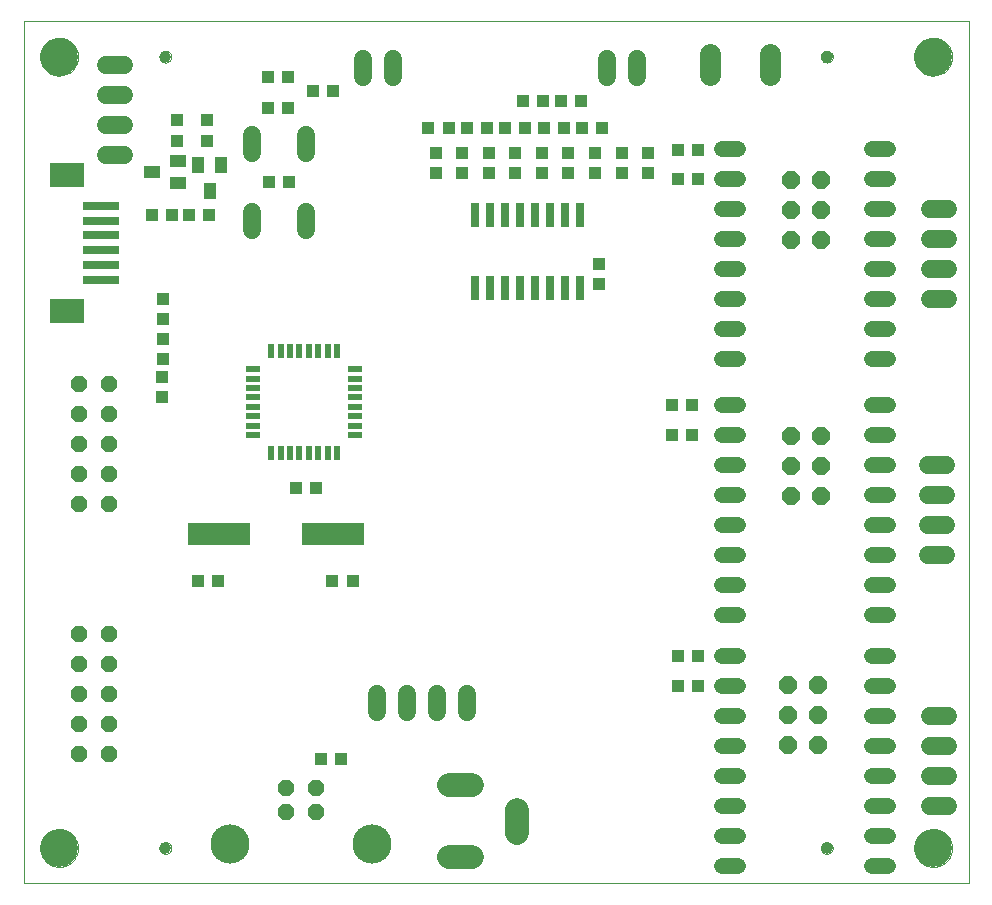
<source format=gbs>
G75*
%MOIN*%
%OFA0B0*%
%FSLAX24Y24*%
%IPPOS*%
%LPD*%
%AMOC8*
5,1,8,0,0,1.08239X$1,22.5*
%
%ADD10C,0.0000*%
%ADD11C,0.1260*%
%ADD12C,0.0394*%
%ADD13R,0.0220X0.0500*%
%ADD14R,0.0500X0.0220*%
%ADD15R,0.0433X0.0394*%
%ADD16R,0.2100X0.0760*%
%ADD17R,0.1200X0.0315*%
%ADD18R,0.1181X0.0827*%
%ADD19OC8,0.0561*%
%ADD20C,0.1306*%
%ADD21R,0.0394X0.0551*%
%ADD22R,0.0551X0.0394*%
%ADD23R,0.0394X0.0433*%
%ADD24C,0.0600*%
%ADD25R,0.0260X0.0800*%
%ADD26OC8,0.0600*%
%ADD27C,0.0531*%
%ADD28C,0.0705*%
%ADD29OC8,0.0540*%
%ADD30C,0.0787*%
D10*
X000497Y002817D02*
X000497Y031557D01*
X031993Y031557D01*
X031993Y002817D01*
X000497Y002817D01*
X001048Y003998D02*
X001050Y004048D01*
X001056Y004098D01*
X001066Y004147D01*
X001080Y004195D01*
X001097Y004242D01*
X001118Y004287D01*
X001143Y004331D01*
X001171Y004372D01*
X001203Y004411D01*
X001237Y004448D01*
X001274Y004482D01*
X001314Y004512D01*
X001356Y004539D01*
X001400Y004563D01*
X001446Y004584D01*
X001493Y004600D01*
X001541Y004613D01*
X001591Y004622D01*
X001640Y004627D01*
X001691Y004628D01*
X001741Y004625D01*
X001790Y004618D01*
X001839Y004607D01*
X001887Y004592D01*
X001933Y004574D01*
X001978Y004552D01*
X002021Y004526D01*
X002062Y004497D01*
X002101Y004465D01*
X002137Y004430D01*
X002169Y004392D01*
X002199Y004352D01*
X002226Y004309D01*
X002249Y004265D01*
X002268Y004219D01*
X002284Y004171D01*
X002296Y004122D01*
X002304Y004073D01*
X002308Y004023D01*
X002308Y003973D01*
X002304Y003923D01*
X002296Y003874D01*
X002284Y003825D01*
X002268Y003777D01*
X002249Y003731D01*
X002226Y003687D01*
X002199Y003644D01*
X002169Y003604D01*
X002137Y003566D01*
X002101Y003531D01*
X002062Y003499D01*
X002021Y003470D01*
X001978Y003444D01*
X001933Y003422D01*
X001887Y003404D01*
X001839Y003389D01*
X001790Y003378D01*
X001741Y003371D01*
X001691Y003368D01*
X001640Y003369D01*
X001591Y003374D01*
X001541Y003383D01*
X001493Y003396D01*
X001446Y003412D01*
X001400Y003433D01*
X001356Y003457D01*
X001314Y003484D01*
X001274Y003514D01*
X001237Y003548D01*
X001203Y003585D01*
X001171Y003624D01*
X001143Y003665D01*
X001118Y003709D01*
X001097Y003754D01*
X001080Y003801D01*
X001066Y003849D01*
X001056Y003898D01*
X001050Y003948D01*
X001048Y003998D01*
X005024Y003998D02*
X005026Y004025D01*
X005032Y004052D01*
X005041Y004078D01*
X005054Y004102D01*
X005070Y004125D01*
X005089Y004144D01*
X005111Y004161D01*
X005135Y004175D01*
X005160Y004185D01*
X005187Y004192D01*
X005214Y004195D01*
X005242Y004194D01*
X005269Y004189D01*
X005295Y004181D01*
X005319Y004169D01*
X005342Y004153D01*
X005363Y004135D01*
X005380Y004114D01*
X005395Y004090D01*
X005406Y004065D01*
X005414Y004039D01*
X005418Y004012D01*
X005418Y003984D01*
X005414Y003957D01*
X005406Y003931D01*
X005395Y003906D01*
X005380Y003882D01*
X005363Y003861D01*
X005342Y003843D01*
X005320Y003827D01*
X005295Y003815D01*
X005269Y003807D01*
X005242Y003802D01*
X005214Y003801D01*
X005187Y003804D01*
X005160Y003811D01*
X005135Y003821D01*
X005111Y003835D01*
X005089Y003852D01*
X005070Y003871D01*
X005054Y003894D01*
X005041Y003918D01*
X005032Y003944D01*
X005026Y003971D01*
X005024Y003998D01*
X027072Y003998D02*
X027074Y004025D01*
X027080Y004052D01*
X027089Y004078D01*
X027102Y004102D01*
X027118Y004125D01*
X027137Y004144D01*
X027159Y004161D01*
X027183Y004175D01*
X027208Y004185D01*
X027235Y004192D01*
X027262Y004195D01*
X027290Y004194D01*
X027317Y004189D01*
X027343Y004181D01*
X027367Y004169D01*
X027390Y004153D01*
X027411Y004135D01*
X027428Y004114D01*
X027443Y004090D01*
X027454Y004065D01*
X027462Y004039D01*
X027466Y004012D01*
X027466Y003984D01*
X027462Y003957D01*
X027454Y003931D01*
X027443Y003906D01*
X027428Y003882D01*
X027411Y003861D01*
X027390Y003843D01*
X027368Y003827D01*
X027343Y003815D01*
X027317Y003807D01*
X027290Y003802D01*
X027262Y003801D01*
X027235Y003804D01*
X027208Y003811D01*
X027183Y003821D01*
X027159Y003835D01*
X027137Y003852D01*
X027118Y003871D01*
X027102Y003894D01*
X027089Y003918D01*
X027080Y003944D01*
X027074Y003971D01*
X027072Y003998D01*
X030182Y003998D02*
X030184Y004048D01*
X030190Y004098D01*
X030200Y004147D01*
X030214Y004195D01*
X030231Y004242D01*
X030252Y004287D01*
X030277Y004331D01*
X030305Y004372D01*
X030337Y004411D01*
X030371Y004448D01*
X030408Y004482D01*
X030448Y004512D01*
X030490Y004539D01*
X030534Y004563D01*
X030580Y004584D01*
X030627Y004600D01*
X030675Y004613D01*
X030725Y004622D01*
X030774Y004627D01*
X030825Y004628D01*
X030875Y004625D01*
X030924Y004618D01*
X030973Y004607D01*
X031021Y004592D01*
X031067Y004574D01*
X031112Y004552D01*
X031155Y004526D01*
X031196Y004497D01*
X031235Y004465D01*
X031271Y004430D01*
X031303Y004392D01*
X031333Y004352D01*
X031360Y004309D01*
X031383Y004265D01*
X031402Y004219D01*
X031418Y004171D01*
X031430Y004122D01*
X031438Y004073D01*
X031442Y004023D01*
X031442Y003973D01*
X031438Y003923D01*
X031430Y003874D01*
X031418Y003825D01*
X031402Y003777D01*
X031383Y003731D01*
X031360Y003687D01*
X031333Y003644D01*
X031303Y003604D01*
X031271Y003566D01*
X031235Y003531D01*
X031196Y003499D01*
X031155Y003470D01*
X031112Y003444D01*
X031067Y003422D01*
X031021Y003404D01*
X030973Y003389D01*
X030924Y003378D01*
X030875Y003371D01*
X030825Y003368D01*
X030774Y003369D01*
X030725Y003374D01*
X030675Y003383D01*
X030627Y003396D01*
X030580Y003412D01*
X030534Y003433D01*
X030490Y003457D01*
X030448Y003484D01*
X030408Y003514D01*
X030371Y003548D01*
X030337Y003585D01*
X030305Y003624D01*
X030277Y003665D01*
X030252Y003709D01*
X030231Y003754D01*
X030214Y003801D01*
X030200Y003849D01*
X030190Y003898D01*
X030184Y003948D01*
X030182Y003998D01*
X030182Y030376D02*
X030184Y030426D01*
X030190Y030476D01*
X030200Y030525D01*
X030214Y030573D01*
X030231Y030620D01*
X030252Y030665D01*
X030277Y030709D01*
X030305Y030750D01*
X030337Y030789D01*
X030371Y030826D01*
X030408Y030860D01*
X030448Y030890D01*
X030490Y030917D01*
X030534Y030941D01*
X030580Y030962D01*
X030627Y030978D01*
X030675Y030991D01*
X030725Y031000D01*
X030774Y031005D01*
X030825Y031006D01*
X030875Y031003D01*
X030924Y030996D01*
X030973Y030985D01*
X031021Y030970D01*
X031067Y030952D01*
X031112Y030930D01*
X031155Y030904D01*
X031196Y030875D01*
X031235Y030843D01*
X031271Y030808D01*
X031303Y030770D01*
X031333Y030730D01*
X031360Y030687D01*
X031383Y030643D01*
X031402Y030597D01*
X031418Y030549D01*
X031430Y030500D01*
X031438Y030451D01*
X031442Y030401D01*
X031442Y030351D01*
X031438Y030301D01*
X031430Y030252D01*
X031418Y030203D01*
X031402Y030155D01*
X031383Y030109D01*
X031360Y030065D01*
X031333Y030022D01*
X031303Y029982D01*
X031271Y029944D01*
X031235Y029909D01*
X031196Y029877D01*
X031155Y029848D01*
X031112Y029822D01*
X031067Y029800D01*
X031021Y029782D01*
X030973Y029767D01*
X030924Y029756D01*
X030875Y029749D01*
X030825Y029746D01*
X030774Y029747D01*
X030725Y029752D01*
X030675Y029761D01*
X030627Y029774D01*
X030580Y029790D01*
X030534Y029811D01*
X030490Y029835D01*
X030448Y029862D01*
X030408Y029892D01*
X030371Y029926D01*
X030337Y029963D01*
X030305Y030002D01*
X030277Y030043D01*
X030252Y030087D01*
X030231Y030132D01*
X030214Y030179D01*
X030200Y030227D01*
X030190Y030276D01*
X030184Y030326D01*
X030182Y030376D01*
X027072Y030376D02*
X027074Y030403D01*
X027080Y030430D01*
X027089Y030456D01*
X027102Y030480D01*
X027118Y030503D01*
X027137Y030522D01*
X027159Y030539D01*
X027183Y030553D01*
X027208Y030563D01*
X027235Y030570D01*
X027262Y030573D01*
X027290Y030572D01*
X027317Y030567D01*
X027343Y030559D01*
X027367Y030547D01*
X027390Y030531D01*
X027411Y030513D01*
X027428Y030492D01*
X027443Y030468D01*
X027454Y030443D01*
X027462Y030417D01*
X027466Y030390D01*
X027466Y030362D01*
X027462Y030335D01*
X027454Y030309D01*
X027443Y030284D01*
X027428Y030260D01*
X027411Y030239D01*
X027390Y030221D01*
X027368Y030205D01*
X027343Y030193D01*
X027317Y030185D01*
X027290Y030180D01*
X027262Y030179D01*
X027235Y030182D01*
X027208Y030189D01*
X027183Y030199D01*
X027159Y030213D01*
X027137Y030230D01*
X027118Y030249D01*
X027102Y030272D01*
X027089Y030296D01*
X027080Y030322D01*
X027074Y030349D01*
X027072Y030376D01*
X005024Y030376D02*
X005026Y030403D01*
X005032Y030430D01*
X005041Y030456D01*
X005054Y030480D01*
X005070Y030503D01*
X005089Y030522D01*
X005111Y030539D01*
X005135Y030553D01*
X005160Y030563D01*
X005187Y030570D01*
X005214Y030573D01*
X005242Y030572D01*
X005269Y030567D01*
X005295Y030559D01*
X005319Y030547D01*
X005342Y030531D01*
X005363Y030513D01*
X005380Y030492D01*
X005395Y030468D01*
X005406Y030443D01*
X005414Y030417D01*
X005418Y030390D01*
X005418Y030362D01*
X005414Y030335D01*
X005406Y030309D01*
X005395Y030284D01*
X005380Y030260D01*
X005363Y030239D01*
X005342Y030221D01*
X005320Y030205D01*
X005295Y030193D01*
X005269Y030185D01*
X005242Y030180D01*
X005214Y030179D01*
X005187Y030182D01*
X005160Y030189D01*
X005135Y030199D01*
X005111Y030213D01*
X005089Y030230D01*
X005070Y030249D01*
X005054Y030272D01*
X005041Y030296D01*
X005032Y030322D01*
X005026Y030349D01*
X005024Y030376D01*
X001048Y030376D02*
X001050Y030426D01*
X001056Y030476D01*
X001066Y030525D01*
X001080Y030573D01*
X001097Y030620D01*
X001118Y030665D01*
X001143Y030709D01*
X001171Y030750D01*
X001203Y030789D01*
X001237Y030826D01*
X001274Y030860D01*
X001314Y030890D01*
X001356Y030917D01*
X001400Y030941D01*
X001446Y030962D01*
X001493Y030978D01*
X001541Y030991D01*
X001591Y031000D01*
X001640Y031005D01*
X001691Y031006D01*
X001741Y031003D01*
X001790Y030996D01*
X001839Y030985D01*
X001887Y030970D01*
X001933Y030952D01*
X001978Y030930D01*
X002021Y030904D01*
X002062Y030875D01*
X002101Y030843D01*
X002137Y030808D01*
X002169Y030770D01*
X002199Y030730D01*
X002226Y030687D01*
X002249Y030643D01*
X002268Y030597D01*
X002284Y030549D01*
X002296Y030500D01*
X002304Y030451D01*
X002308Y030401D01*
X002308Y030351D01*
X002304Y030301D01*
X002296Y030252D01*
X002284Y030203D01*
X002268Y030155D01*
X002249Y030109D01*
X002226Y030065D01*
X002199Y030022D01*
X002169Y029982D01*
X002137Y029944D01*
X002101Y029909D01*
X002062Y029877D01*
X002021Y029848D01*
X001978Y029822D01*
X001933Y029800D01*
X001887Y029782D01*
X001839Y029767D01*
X001790Y029756D01*
X001741Y029749D01*
X001691Y029746D01*
X001640Y029747D01*
X001591Y029752D01*
X001541Y029761D01*
X001493Y029774D01*
X001446Y029790D01*
X001400Y029811D01*
X001356Y029835D01*
X001314Y029862D01*
X001274Y029892D01*
X001237Y029926D01*
X001203Y029963D01*
X001171Y030002D01*
X001143Y030043D01*
X001118Y030087D01*
X001097Y030132D01*
X001080Y030179D01*
X001066Y030227D01*
X001056Y030276D01*
X001050Y030326D01*
X001048Y030376D01*
D11*
X001678Y030376D03*
X001678Y003998D03*
X030812Y003998D03*
X030812Y030376D03*
D12*
X027269Y030376D03*
X005221Y030376D03*
X005221Y003998D03*
X027269Y003998D03*
D13*
X010950Y017171D03*
X010635Y017171D03*
X010320Y017171D03*
X010005Y017171D03*
X009690Y017171D03*
X009375Y017171D03*
X009060Y017171D03*
X008745Y017171D03*
X008745Y020551D03*
X009060Y020551D03*
X009375Y020551D03*
X009690Y020551D03*
X010005Y020551D03*
X010320Y020551D03*
X010635Y020551D03*
X010950Y020551D03*
D14*
X011537Y019963D03*
X011537Y019648D03*
X011537Y019333D03*
X011537Y019018D03*
X011537Y018703D03*
X011537Y018388D03*
X011537Y018073D03*
X011537Y017758D03*
X008157Y017758D03*
X008157Y018073D03*
X008157Y018388D03*
X008157Y018703D03*
X008157Y019018D03*
X008157Y019333D03*
X008157Y019648D03*
X008157Y019963D03*
D15*
X009562Y016006D03*
X010231Y016006D03*
X010792Y012906D03*
X011461Y012906D03*
X006983Y012906D03*
X006314Y012906D03*
X010398Y006951D03*
X011068Y006951D03*
X009345Y026193D03*
X008676Y026193D03*
X006599Y027581D03*
X006599Y028250D03*
X005615Y028250D03*
X005615Y027581D03*
X014227Y027168D03*
X014227Y026498D03*
X015113Y026498D03*
X015113Y027168D03*
X015999Y027168D03*
X015999Y026498D03*
X016885Y026498D03*
X016885Y027168D03*
X017770Y027168D03*
X017770Y026498D03*
X018656Y026498D03*
X018656Y027168D03*
X019542Y027168D03*
X019542Y026498D03*
X020428Y026498D03*
X020428Y027168D03*
X021314Y027168D03*
X021314Y026498D03*
D16*
X010812Y014481D03*
X007012Y014481D03*
D17*
X003076Y022945D03*
X003076Y023437D03*
X003076Y023930D03*
X003076Y024422D03*
X003076Y024914D03*
X003076Y025406D03*
D18*
X001934Y026439D03*
X001934Y021912D03*
D19*
X009257Y006000D03*
X009257Y005213D03*
X010241Y005213D03*
X010241Y006000D03*
D20*
X012119Y004146D03*
X007379Y004146D03*
D21*
X006698Y025908D03*
X007072Y026774D03*
X006324Y026774D03*
D22*
X005654Y026912D03*
X005654Y026164D03*
X004788Y026538D03*
D23*
X004788Y025111D03*
X005457Y025111D03*
X006019Y025111D03*
X006688Y025111D03*
X005152Y022286D03*
X005152Y021617D03*
X005133Y020977D03*
X005133Y020307D03*
X005113Y019697D03*
X005113Y019028D03*
X013991Y028014D03*
X014660Y028014D03*
X015270Y028014D03*
X015940Y028014D03*
X016550Y028014D03*
X017219Y028014D03*
X017830Y028014D03*
X018499Y028014D03*
X019109Y028014D03*
X019778Y028014D03*
X019089Y028900D03*
X018420Y028900D03*
X017810Y028900D03*
X017141Y028900D03*
X022308Y027276D03*
X022977Y027276D03*
X022977Y026292D03*
X022308Y026292D03*
X019690Y023477D03*
X019690Y022807D03*
X022111Y018762D03*
X022780Y018762D03*
X022780Y017778D03*
X022111Y017778D03*
X022308Y010396D03*
X022977Y010396D03*
X022977Y009412D03*
X022308Y009412D03*
X009296Y028654D03*
X008627Y028654D03*
X008627Y029687D03*
X009296Y029687D03*
X010152Y029244D03*
X010822Y029244D03*
D24*
X011808Y029683D02*
X011808Y030283D01*
X012808Y030283D02*
X012808Y029683D01*
X009901Y027773D02*
X009901Y027173D01*
X008121Y027173D02*
X008121Y027773D01*
X008121Y025213D02*
X008121Y024613D01*
X009901Y024613D02*
X009901Y025213D01*
X003848Y027105D02*
X003248Y027105D01*
X003248Y028105D02*
X003848Y028105D01*
X003848Y029105D02*
X003248Y029105D01*
X003248Y030105D02*
X003848Y030105D01*
X019928Y030283D02*
X019928Y029683D01*
X020928Y029683D02*
X020928Y030283D01*
X030709Y025282D02*
X031309Y025282D01*
X031309Y024282D02*
X030709Y024282D01*
X030709Y023282D02*
X031309Y023282D01*
X031309Y022282D02*
X030709Y022282D01*
X030659Y016768D02*
X031259Y016768D01*
X031259Y015768D02*
X030659Y015768D01*
X030659Y014768D02*
X031259Y014768D01*
X031259Y013768D02*
X030659Y013768D01*
X030709Y008412D02*
X031309Y008412D01*
X031309Y007412D02*
X030709Y007412D01*
X030709Y006412D02*
X031309Y006412D01*
X031309Y005412D02*
X030709Y005412D01*
X015284Y008521D02*
X015284Y009121D01*
X014284Y009121D02*
X014284Y008521D01*
X013284Y008521D02*
X013284Y009121D01*
X012284Y009121D02*
X012284Y008521D01*
D25*
X015528Y022670D03*
X016028Y022670D03*
X016528Y022670D03*
X017028Y022670D03*
X017528Y022670D03*
X018028Y022670D03*
X018528Y022670D03*
X019028Y022670D03*
X019028Y025090D03*
X018528Y025090D03*
X018028Y025090D03*
X017528Y025090D03*
X017028Y025090D03*
X016528Y025090D03*
X016028Y025090D03*
X015528Y025090D03*
D26*
X026080Y025258D03*
X027080Y025258D03*
X027080Y024258D03*
X026080Y024258D03*
X026080Y026258D03*
X027080Y026258D03*
X027080Y017744D03*
X027080Y016744D03*
X027080Y015744D03*
X026080Y015744D03*
X026080Y016744D03*
X026080Y017744D03*
X025981Y009428D03*
X026981Y009428D03*
X026981Y008428D03*
X025981Y008428D03*
X025981Y007428D03*
X026981Y007428D03*
D27*
X028782Y007404D02*
X029314Y007404D01*
X029314Y008404D02*
X028782Y008404D01*
X028782Y009404D02*
X029314Y009404D01*
X029314Y010404D02*
X028782Y010404D01*
X028782Y011770D02*
X029314Y011770D01*
X029314Y012770D02*
X028782Y012770D01*
X028782Y013770D02*
X029314Y013770D01*
X029314Y014770D02*
X028782Y014770D01*
X028782Y015770D02*
X029314Y015770D01*
X029314Y016770D02*
X028782Y016770D01*
X028782Y017770D02*
X029314Y017770D01*
X029314Y018770D02*
X028782Y018770D01*
X028782Y020284D02*
X029314Y020284D01*
X029314Y021284D02*
X028782Y021284D01*
X028782Y022284D02*
X029314Y022284D01*
X029314Y023284D02*
X028782Y023284D01*
X028782Y024284D02*
X029314Y024284D01*
X029314Y025284D02*
X028782Y025284D01*
X028782Y026284D02*
X029314Y026284D01*
X029314Y027284D02*
X028782Y027284D01*
X024314Y027284D02*
X023782Y027284D01*
X023782Y026284D02*
X024314Y026284D01*
X024314Y025284D02*
X023782Y025284D01*
X023782Y024284D02*
X024314Y024284D01*
X024314Y023284D02*
X023782Y023284D01*
X023782Y022284D02*
X024314Y022284D01*
X024314Y021284D02*
X023782Y021284D01*
X023782Y020284D02*
X024314Y020284D01*
X024314Y018770D02*
X023782Y018770D01*
X023782Y017770D02*
X024314Y017770D01*
X024314Y016770D02*
X023782Y016770D01*
X023782Y015770D02*
X024314Y015770D01*
X024314Y014770D02*
X023782Y014770D01*
X023782Y013770D02*
X024314Y013770D01*
X024314Y012770D02*
X023782Y012770D01*
X023782Y011770D02*
X024314Y011770D01*
X024314Y010404D02*
X023782Y010404D01*
X023782Y009404D02*
X024314Y009404D01*
X024314Y008404D02*
X023782Y008404D01*
X023782Y007404D02*
X024314Y007404D01*
X024314Y006404D02*
X023782Y006404D01*
X023782Y005404D02*
X024314Y005404D01*
X024314Y004404D02*
X023782Y004404D01*
X023782Y003404D02*
X024314Y003404D01*
X028782Y003404D02*
X029314Y003404D01*
X029314Y004404D02*
X028782Y004404D01*
X028782Y005404D02*
X029314Y005404D01*
X029314Y006404D02*
X028782Y006404D01*
D28*
X025365Y029762D02*
X025365Y030467D01*
X023365Y030467D02*
X023365Y029762D01*
D29*
X003359Y019463D03*
X002359Y019463D03*
X002359Y018463D03*
X002359Y017463D03*
X002359Y016463D03*
X002359Y015463D03*
X003359Y015463D03*
X003359Y016463D03*
X003359Y017463D03*
X003359Y018463D03*
X003359Y011117D03*
X002359Y011117D03*
X002359Y010117D03*
X003359Y010117D03*
X003359Y009117D03*
X002359Y009117D03*
X002359Y008117D03*
X003359Y008117D03*
X003359Y007117D03*
X002359Y007117D03*
D30*
X014670Y006105D02*
X015457Y006105D01*
X016954Y005278D02*
X016954Y004491D01*
X015457Y003703D02*
X014670Y003703D01*
M02*

</source>
